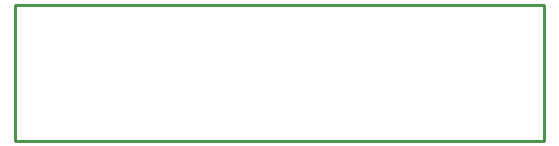
<source format=gko>
G04 Layer: BoardOutlineLayer*
G04 EasyEDA v6.5.14, 2022-08-21 18:00:10*
G04 3d7316f8269045e7ac56a41c2c61023c,7aa08f51fe6a4c2ca52d8fcabd33266a,10*
G04 Gerber Generator version 0.2*
G04 Scale: 100 percent, Rotated: No, Reflected: No *
G04 Dimensions in millimeters *
G04 leading zeros omitted , absolute positions ,4 integer and 5 decimal *
%FSLAX45Y45*%
%MOMM*%

%ADD10C,0.2540*%
D10*
X0Y0D02*
G01*
X4479991Y0D01*
X4479991Y-1149997D01*
X0Y-1149997D01*
X0Y0D01*

%LPD*%
M02*

</source>
